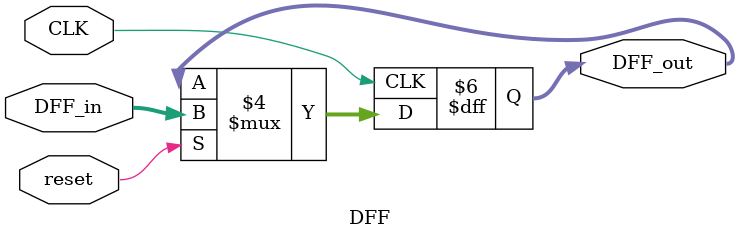
<source format=v>
`timescale 1ns / 1ps


module DFF(
    input CLK,
    input reset,
    input [31:0] DFF_in,
    output reg [31:0] DFF_out
);
    initial begin
        DFF_out=0;
    end
    always @(posedge CLK) begin
        if(reset==1)    DFF_out<=DFF_in;
    end
endmodule

</source>
